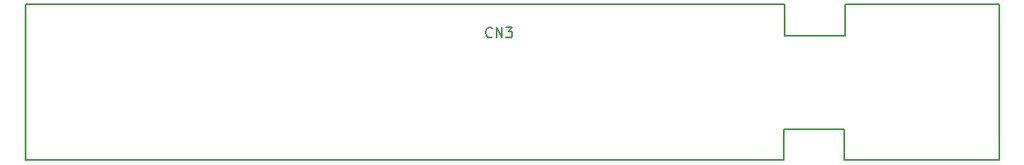
<source format=gbr>
G04 #@! TF.FileFunction,Legend,Bot*
%FSLAX46Y46*%
G04 Gerber Fmt 4.6, Leading zero omitted, Abs format (unit mm)*
G04 Created by KiCad (PCBNEW 4.0.2+dfsg1-stable) date mer 10 ott 2018 09:07:00 CEST*
%MOMM*%
G01*
G04 APERTURE LIST*
%ADD10C,0.100000*%
%ADD11C,0.200000*%
%ADD12C,0.150000*%
G04 APERTURE END LIST*
D10*
D11*
X173690280Y-115443000D02*
X98295460Y-115443000D01*
X195072000Y-115443000D02*
X179682660Y-115443000D01*
X179682660Y-112410240D02*
X179682660Y-115443000D01*
X173692820Y-112410240D02*
X179682660Y-112410240D01*
X173692820Y-112410240D02*
X173692820Y-115437920D01*
X173776640Y-99949000D02*
X98298000Y-99949000D01*
X195072000Y-99949000D02*
X179778660Y-99949000D01*
X179778660Y-99949000D02*
X179778660Y-103047800D01*
X173776640Y-103047800D02*
X179778660Y-103047800D01*
X173776640Y-99949000D02*
X173776640Y-103047800D01*
X98298000Y-115443000D02*
X98298000Y-99949000D01*
X195072000Y-99949000D02*
X195072000Y-115443000D01*
D12*
X144674724Y-103150943D02*
X144627105Y-103198562D01*
X144484248Y-103246181D01*
X144389010Y-103246181D01*
X144246152Y-103198562D01*
X144150914Y-103103324D01*
X144103295Y-103008086D01*
X144055676Y-102817610D01*
X144055676Y-102674752D01*
X144103295Y-102484276D01*
X144150914Y-102389038D01*
X144246152Y-102293800D01*
X144389010Y-102246181D01*
X144484248Y-102246181D01*
X144627105Y-102293800D01*
X144674724Y-102341419D01*
X145103295Y-103246181D02*
X145103295Y-102246181D01*
X145674724Y-103246181D01*
X145674724Y-102246181D01*
X146055676Y-102246181D02*
X146674724Y-102246181D01*
X146341390Y-102627133D01*
X146484248Y-102627133D01*
X146579486Y-102674752D01*
X146627105Y-102722371D01*
X146674724Y-102817610D01*
X146674724Y-103055705D01*
X146627105Y-103150943D01*
X146579486Y-103198562D01*
X146484248Y-103246181D01*
X146198533Y-103246181D01*
X146103295Y-103198562D01*
X146055676Y-103150943D01*
M02*

</source>
